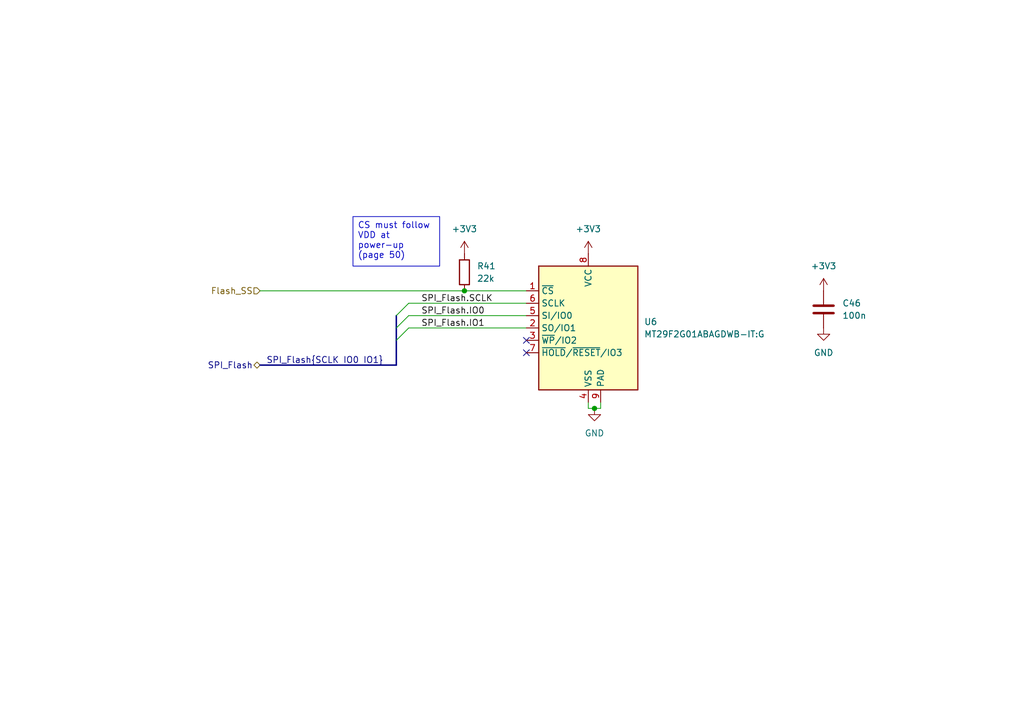
<source format=kicad_sch>
(kicad_sch (version 20250114) (generator "eeschema") (generator_version "9.0")
  (paper "A5")
  (title_block (title "Kolibri FC - Blackbox Flash"))
  (lib_symbols
    (symbol "Device:C" (pin_numbers (hide yes)) (pin_names (offset 0.254))
      (property "Reference" "C" (at 0.635 2.54 0))
      (property "Value" "C" (at 0.635 -2.54 0))
      (symbol "C_0_1"
        (polyline (pts (xy -2.032 0.762) (xy 2.032 0.762)) (stroke (width 0.508)))
        (polyline (pts (xy -2.032 -0.762) (xy 2.032 -0.762)) (stroke (width 0.508)))
      )
      (symbol "C_1_1"
        (pin passive line (at 0 3.81 270) (length 2.794) (name "~") (number "1"))
        (pin passive line (at 0 -3.81 90) (length 2.794) (name "~") (number "2"))
      )
    )
    (symbol "Device:R" (pin_numbers (hide yes)) (pin_names (offset 0))
      (property "Reference" "R" (at 2.032 0 90))
      (property "Value" "R" (at 0 0 90))
      (symbol "R_0_1"
        (rectangle (start -1.016 -2.54) (end 1.016 2.54) (stroke (width 0.254)))
      )
      (symbol "R_1_1"
        (pin passive line (at 0 3.81 270) (length 1.27) (name "~") (number "1"))
        (pin passive line (at 0 -3.81 90) (length 1.27) (name "~") (number "2"))
      )
    )
    (symbol "Memory_Flash:GD25QxxxEY"
      (property "Reference" "U" (at -9.398 13.97 0))
      (property "Value" "GD25QxxxEY" (at 7.112 13.97 0))
      (symbol "GD25QxxxEY_0_1"
        (rectangle (start -10.16 12.7) (end 10.16 -12.7) (stroke (width 0.254)) (fill (type background)))
      )
      (symbol "GD25QxxxEY_1_1"
        (pin input line (at -12.7 7.62 0) (length 2.54) (name "~{CS}") (number "1"))
        (pin input line (at -12.7 5.08 0) (length 2.54) (name "SCLK") (number "6"))
        (pin bidirectional line (at -12.7 2.54 0) (length 2.54) (name "SI/IO0") (number "5"))
        (pin bidirectional line (at -12.7 0 0) (length 2.54) (name "SO/IO1") (number "2"))
        (pin bidirectional line (at -12.7 -2.54 0) (length 2.54) (name "~{WP}/IO2") (number "3"))
        (pin bidirectional line (at -12.7 -5.08 0) (length 2.54) (name "~{HOLD}/~{RESET}/IO3") (number "7"))
        (pin power_in line (at 0 15.24 270) (length 2.54) (name "VCC") (number "8"))
        (pin power_in line (at 0 -15.24 90) (length 2.54) (name "VSS") (number "4"))
        (pin passive line (at 2.54 -15.24 90) (length 2.54) (name "PAD") (number "9"))
      )
    )
    (symbol "power:+3V3" (power) (pin_numbers (hide yes)) (pin_names (offset 0) (hide yes))
      (property "Value" "+3V3" (at 0 3.556 0))
      (symbol "+3V3_0_1"
        (polyline (pts (xy -0.762 1.27) (xy 0 2.54)))
        (polyline (pts (xy 0 2.54) (xy 0.762 1.27)))
        (polyline (pts (xy 0 0) (xy 0 2.54)))
      )
      (symbol "+3V3_1_1"
        (pin power_in line (at 0 0 90) (length 0) (name "~") (number "1"))
      )
    )
    (symbol "power:GND" (power) (pin_numbers (hide yes)) (pin_names (offset 0) (hide yes))
      (property "Value" "GND" (at 0 -3.81 0))
      (symbol "GND_0_1"
        (polyline (pts (xy 0 0) (xy 0 -1.27) (xy 1.27 -1.27) (xy 0 -2.54) (xy -1.27 -1.27) (xy 0 -1.27)))
      )
      (symbol "GND_1_1"
        (pin power_in line (at 0 0 270) (length 0) (name "~") (number "1"))
      )
    )
  )
  (text_box "CS must follow VDD at power-up (page 50)" (at 72.39 44.45 0) (size 17.78 10.16) (margins 0.9525 0.9525 0.9525 0.9525) (effects (font (size 1.27 1.27)) (justify left top)))
  (junction (at 121.92 83.82))
  (junction (at 95.25 59.69))
  (no_connect (at 107.95 72.39))
  (no_connect (at 107.95 69.85))
  (bus_entry (at 81.28 67.31) (size 2.54 -2.54))
  (bus_entry (at 81.28 64.77) (size 2.54 -2.54))
  (bus_entry (at 81.28 69.85) (size 2.54 -2.54))
  (bus (pts (xy 81.28 67.31) (xy 81.28 69.85)))
  (wire (pts (xy 83.82 64.77) (xy 107.95 64.77)))
  (wire (pts (xy 121.92 83.82) (xy 123.19 83.82)))
  (wire (pts (xy 120.65 82.55) (xy 120.65 83.82)))
  (wire (pts (xy 123.19 83.82) (xy 123.19 82.55)))
  (wire (pts (xy 83.82 67.31) (xy 107.95 67.31)))
  (bus (pts (xy 53.34 74.93) (xy 81.28 74.93)))
  (wire (pts (xy 120.65 83.82) (xy 121.92 83.82)))
  (wire (pts (xy 53.34 59.69) (xy 95.25 59.69)))
  (wire (pts (xy 95.25 59.69) (xy 107.95 59.69)))
  (bus (pts (xy 81.28 64.77) (xy 81.28 67.31)))
  (bus (pts (xy 81.28 69.85) (xy 81.28 74.93)))
  (wire (pts (xy 83.82 62.23) (xy 107.95 62.23)))
  (label "SPI_Flash.IO1" (at 86.36 67.31 0))
  (label "SPI_Flash.SCLK" (at 86.36 62.23 0))
  (label "SPI_Flash{SCLK IO0 IO1}" (at 54.61 74.93 0))
  (label "SPI_Flash.IO0" (at 86.36 64.77 0))
  (hierarchical_label "Flash_SS" (shape input) (at 53.34 59.69 180))
  (hierarchical_label "SPI_Flash" (shape bidirectional) (at 53.34 74.93 180))
  (symbol (lib_id "Device:R") (at 95.25 55.88 0) (unit 1)
    (property "Reference" "R41" (at 97.79 54.6099 0) (effects (justify left)))
    (property "Value" "22k" (at 97.79 57.1499 0) (effects (justify left)))
    (property "Footprint" "Resistor_SMD:R_0402_1005Metric" (effects (hide yes)))
    (property "Description" "Resistor" (effects (hide yes)))
  )
  (symbol (lib_id "power:GND") (at 168.91 67.31 0) (unit 1)
    (property "Reference" "#PWR066" (effects (hide yes)))
    (property "Value" "GND" (at 168.91 72.39 0))
    (property "Description" "Power symbol creates a global label with name \"GND\" , ground" (effects (hide yes)))
  )
  (symbol (lib_id "power:+3V3") (at 120.65 52.07 0) (unit 1)
    (property "Reference" "#PWR0131" (effects (hide yes)))
    (property "Value" "+3V3" (at 120.65 46.99 0))
    (property "Description" "Power symbol creates a global label with name \"+3V3\"" (effects (hide yes)))
  )
  (symbol (lib_id "Memory_Flash:GD25QxxxEY") (at 120.65 67.31 0) (unit 1)
    (property "Reference" "U6" (at 132.08 66.0399 0) (effects (justify left)))
    (property "Value" "MT29F2G01ABAGDWB-IT:G" (at 132.08 68.5799 0) (effects (justify left)))
    (property "Footprint" "Package_SON:WSON-8-1EP_8x6mm_P1.27mm_EP3.4x4.3mm" (effects (hide yes)))
    (property "Datasheet" "https://www.lcsc.com/datasheet/C410863.pdf" (effects (hide yes)))
    (property "Description" "3.0V, Standard/Dual/Quad Serial Flash, WSON-8" (effects (hide yes)))
  )
  (symbol (lib_id "power:+3V3") (at 168.91 59.69 0) (unit 1)
    (property "Reference" "#PWR065" (effects (hide yes)))
    (property "Value" "+3V3" (at 168.91 54.61 0))
    (property "Description" "Power symbol creates a global label with name \"+3V3\"" (effects (hide yes)))
  )
  (symbol (lib_id "power:GND") (at 121.92 83.82 0) (unit 1)
    (property "Reference" "#PWR0132" (effects (hide yes)))
    (property "Value" "GND" (at 121.92 88.9 0))
    (property "Description" "Power symbol creates a global label with name \"GND\" , ground" (effects (hide yes)))
  )
  (symbol (lib_id "Device:C") (at 168.91 63.5 0) (unit 1)
    (property "Reference" "C46" (at 172.72 62.2299 0) (effects (justify left)))
    (property "Value" "100n" (at 172.72 64.7699 0) (effects (justify left)))
    (property "Footprint" "Capacitor_SMD:C_0402_1005Metric" (effects (hide yes)))
    (property "Description" "Unpolarized capacitor" (effects (hide yes)))
  )
  (symbol (lib_id "power:+3V3") (at 95.25 52.07 0) (unit 1)
    (property "Reference" "#PWR0130" (effects (hide yes)))
    (property "Value" "+3V3" (at 95.25 46.99 0))
    (property "Description" "Power symbol creates a global label with name \"+3V3\"" (effects (hide yes)))
  )
)
</source>
